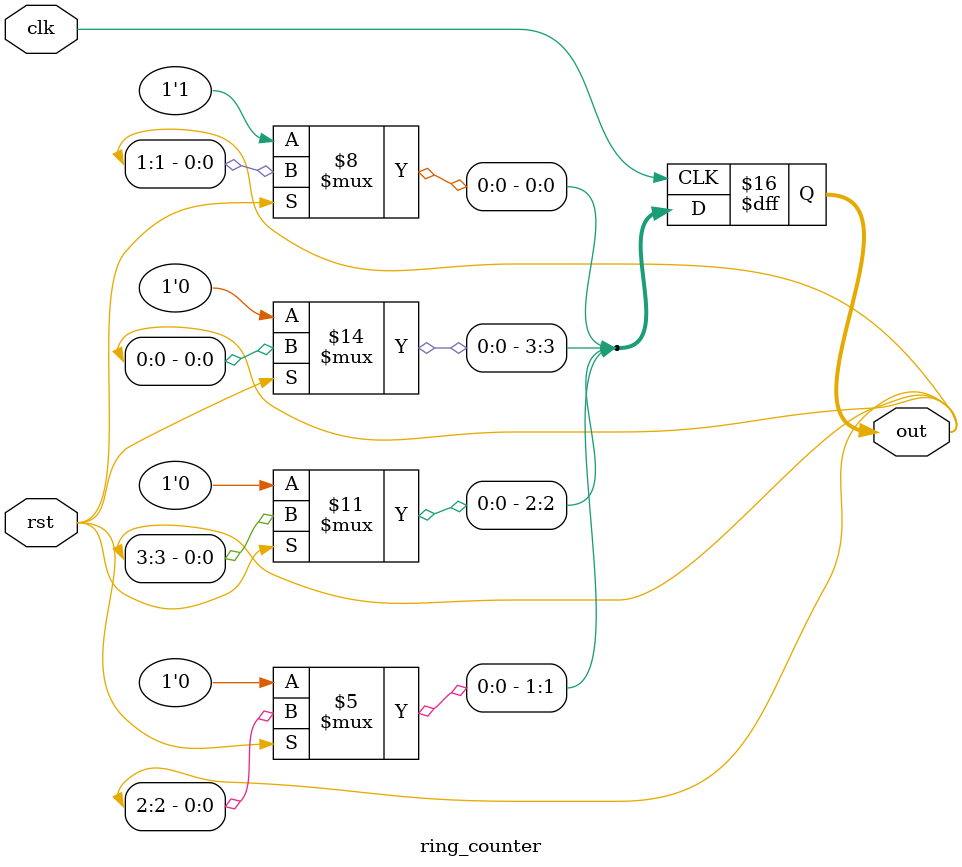
<source format=v>
`timescale 1ns / 1ps

module ring_counter(clk, rst, out);
input clk, rst;
output [3:0] out;
reg [3:0] out;

initial out = 4'b0001;

always@(posedge clk)
begin
    if (!rst) begin 
        out = 4'b0001;
    end
    else begin 
    out[3] <= out[0];
    out[2] <= out[3];
    out[1] <= out[2];
    out[0] <= out[1];
    end
end
endmodule

</source>
